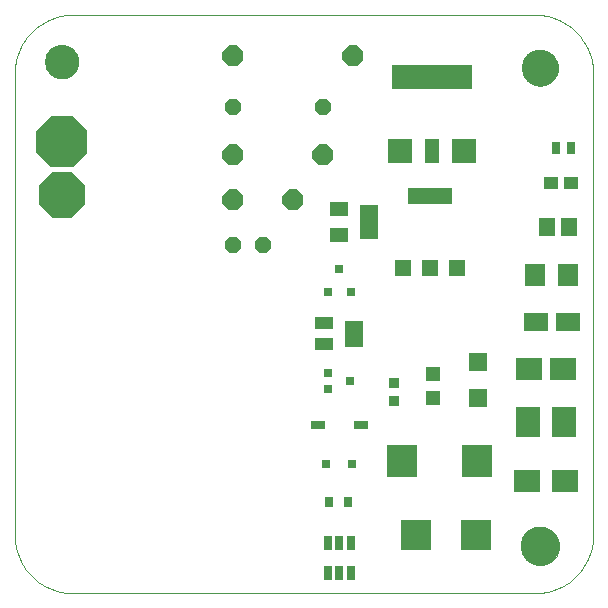
<source format=gts>
G75*
G70*
%OFA0B0*%
%FSLAX24Y24*%
%IPPOS*%
%LPD*%
%AMOC8*
5,1,8,0,0,1.08239X$1,22.5*
%
%ADD10C,0.0004*%
%ADD11C,0.0000*%
%ADD12C,0.1142*%
%ADD13C,0.1221*%
%ADD14C,0.1300*%
%ADD15OC8,0.0700*%
%ADD16OC8,0.0560*%
%ADD17R,0.0355X0.0355*%
%ADD18R,0.0512X0.0512*%
%ADD19R,0.0631X0.0631*%
%ADD20R,0.0316X0.0394*%
%ADD21R,0.0473X0.0434*%
%ADD22R,0.0552X0.0631*%
%ADD23R,0.0670X0.0749*%
%ADD24R,0.0808X0.0631*%
%ADD25R,0.0808X0.1024*%
%ADD26R,0.1044X0.1024*%
%ADD27R,0.1044X0.1103*%
%ADD28R,0.0886X0.0749*%
%ADD29R,0.0257X0.0512*%
%ADD30R,0.0276X0.0316*%
%ADD31R,0.0591X0.1142*%
%ADD32R,0.0591X0.0512*%
%ADD33R,0.0552X0.0552*%
%ADD34R,0.1457X0.0552*%
%ADD35R,0.0788X0.0788*%
%ADD36R,0.0473X0.0788*%
%ADD37R,0.2678X0.0788*%
%ADD38R,0.0257X0.0276*%
%ADD39R,0.0611X0.0394*%
%ADD40R,0.0611X0.0867*%
%ADD41R,0.0512X0.0316*%
%ADD42R,0.0276X0.0276*%
%ADD43R,0.0276X0.0355*%
%ADD44OC8,0.1700*%
%ADD45OC8,0.1542*%
D10*
X002079Y000131D02*
X004048Y000131D01*
X017434Y000131D01*
X017528Y000133D01*
X017621Y000140D01*
X017714Y000151D01*
X017807Y000167D01*
X017898Y000187D01*
X017989Y000211D01*
X018078Y000239D01*
X018166Y000272D01*
X018252Y000309D01*
X018336Y000350D01*
X018419Y000395D01*
X018499Y000444D01*
X018576Y000496D01*
X018651Y000552D01*
X018723Y000612D01*
X018793Y000675D01*
X018859Y000741D01*
X018922Y000811D01*
X018982Y000883D01*
X019038Y000958D01*
X019090Y001035D01*
X019139Y001116D01*
X019184Y001198D01*
X019225Y001282D01*
X019262Y001368D01*
X019295Y001456D01*
X019323Y001545D01*
X019347Y001636D01*
X019367Y001727D01*
X019383Y001820D01*
X019394Y001913D01*
X019401Y002006D01*
X019403Y002100D01*
X019402Y002100D02*
X019402Y008399D01*
X019402Y017454D01*
X019403Y017454D02*
X019401Y017548D01*
X019394Y017641D01*
X019383Y017734D01*
X019367Y017827D01*
X019347Y017918D01*
X019323Y018009D01*
X019295Y018098D01*
X019262Y018186D01*
X019225Y018272D01*
X019184Y018356D01*
X019139Y018438D01*
X019090Y018519D01*
X019038Y018596D01*
X018982Y018671D01*
X018922Y018743D01*
X018859Y018813D01*
X018793Y018879D01*
X018723Y018942D01*
X018651Y019002D01*
X018576Y019058D01*
X018499Y019110D01*
X018418Y019159D01*
X018336Y019204D01*
X018252Y019245D01*
X018166Y019282D01*
X018078Y019315D01*
X017989Y019343D01*
X017898Y019367D01*
X017807Y019387D01*
X017714Y019403D01*
X017621Y019414D01*
X017528Y019421D01*
X017434Y019423D01*
X017434Y019422D02*
X015859Y019422D01*
X002079Y019422D01*
X002079Y019423D02*
X001985Y019421D01*
X001892Y019414D01*
X001799Y019403D01*
X001706Y019387D01*
X001615Y019367D01*
X001524Y019343D01*
X001435Y019315D01*
X001347Y019282D01*
X001261Y019245D01*
X001177Y019204D01*
X001094Y019159D01*
X001014Y019110D01*
X000937Y019058D01*
X000862Y019002D01*
X000790Y018942D01*
X000720Y018879D01*
X000654Y018813D01*
X000591Y018743D01*
X000531Y018671D01*
X000475Y018596D01*
X000423Y018519D01*
X000374Y018439D01*
X000329Y018356D01*
X000288Y018272D01*
X000251Y018186D01*
X000218Y018098D01*
X000190Y018009D01*
X000166Y017918D01*
X000146Y017827D01*
X000130Y017734D01*
X000119Y017641D01*
X000112Y017548D01*
X000110Y017454D01*
X000111Y017454D02*
X000111Y012336D01*
X000111Y002100D01*
X000110Y002100D02*
X000112Y002006D01*
X000119Y001913D01*
X000130Y001820D01*
X000146Y001727D01*
X000166Y001636D01*
X000190Y001545D01*
X000218Y001456D01*
X000251Y001368D01*
X000288Y001282D01*
X000329Y001198D01*
X000374Y001116D01*
X000423Y001035D01*
X000475Y000958D01*
X000531Y000883D01*
X000591Y000811D01*
X000654Y000741D01*
X000720Y000675D01*
X000790Y000612D01*
X000862Y000552D01*
X000937Y000496D01*
X001014Y000444D01*
X001094Y000395D01*
X001177Y000350D01*
X001261Y000309D01*
X001347Y000272D01*
X001435Y000239D01*
X001524Y000211D01*
X001615Y000187D01*
X001706Y000167D01*
X001799Y000151D01*
X001892Y000140D01*
X001985Y000133D01*
X002079Y000131D01*
D11*
X017001Y001706D02*
X017003Y001756D01*
X017009Y001806D01*
X017019Y001855D01*
X017033Y001903D01*
X017050Y001950D01*
X017071Y001995D01*
X017096Y002039D01*
X017124Y002080D01*
X017156Y002119D01*
X017190Y002156D01*
X017227Y002190D01*
X017267Y002220D01*
X017309Y002247D01*
X017353Y002271D01*
X017399Y002292D01*
X017446Y002308D01*
X017494Y002321D01*
X017544Y002330D01*
X017593Y002335D01*
X017644Y002336D01*
X017694Y002333D01*
X017743Y002326D01*
X017792Y002315D01*
X017840Y002300D01*
X017886Y002282D01*
X017931Y002260D01*
X017974Y002234D01*
X018015Y002205D01*
X018054Y002173D01*
X018090Y002138D01*
X018122Y002100D01*
X018152Y002060D01*
X018179Y002017D01*
X018202Y001973D01*
X018221Y001927D01*
X018237Y001879D01*
X018249Y001830D01*
X018257Y001781D01*
X018261Y001731D01*
X018261Y001681D01*
X018257Y001631D01*
X018249Y001582D01*
X018237Y001533D01*
X018221Y001485D01*
X018202Y001439D01*
X018179Y001395D01*
X018152Y001352D01*
X018122Y001312D01*
X018090Y001274D01*
X018054Y001239D01*
X018015Y001207D01*
X017974Y001178D01*
X017931Y001152D01*
X017886Y001130D01*
X017840Y001112D01*
X017792Y001097D01*
X017743Y001086D01*
X017694Y001079D01*
X017644Y001076D01*
X017593Y001077D01*
X017544Y001082D01*
X017494Y001091D01*
X017446Y001104D01*
X017399Y001120D01*
X017353Y001141D01*
X017309Y001165D01*
X017267Y001192D01*
X017227Y001222D01*
X017190Y001256D01*
X017156Y001293D01*
X017124Y001332D01*
X017096Y001373D01*
X017071Y001417D01*
X017050Y001462D01*
X017033Y001509D01*
X017019Y001557D01*
X017009Y001606D01*
X017003Y001656D01*
X017001Y001706D01*
X017040Y017651D02*
X017042Y017699D01*
X017048Y017747D01*
X017058Y017794D01*
X017071Y017840D01*
X017089Y017885D01*
X017109Y017929D01*
X017134Y017971D01*
X017162Y018010D01*
X017192Y018047D01*
X017226Y018081D01*
X017263Y018113D01*
X017301Y018142D01*
X017342Y018167D01*
X017385Y018189D01*
X017430Y018207D01*
X017476Y018221D01*
X017523Y018232D01*
X017571Y018239D01*
X017619Y018242D01*
X017667Y018241D01*
X017715Y018236D01*
X017763Y018227D01*
X017809Y018215D01*
X017854Y018198D01*
X017898Y018178D01*
X017940Y018155D01*
X017980Y018128D01*
X018018Y018098D01*
X018053Y018065D01*
X018085Y018029D01*
X018115Y017991D01*
X018141Y017950D01*
X018163Y017907D01*
X018183Y017863D01*
X018198Y017818D01*
X018210Y017771D01*
X018218Y017723D01*
X018222Y017675D01*
X018222Y017627D01*
X018218Y017579D01*
X018210Y017531D01*
X018198Y017484D01*
X018183Y017439D01*
X018163Y017395D01*
X018141Y017352D01*
X018115Y017311D01*
X018085Y017273D01*
X018053Y017237D01*
X018018Y017204D01*
X017980Y017174D01*
X017940Y017147D01*
X017898Y017124D01*
X017854Y017104D01*
X017809Y017087D01*
X017763Y017075D01*
X017715Y017066D01*
X017667Y017061D01*
X017619Y017060D01*
X017571Y017063D01*
X017523Y017070D01*
X017476Y017081D01*
X017430Y017095D01*
X017385Y017113D01*
X017342Y017135D01*
X017301Y017160D01*
X017263Y017189D01*
X017226Y017221D01*
X017192Y017255D01*
X017162Y017292D01*
X017134Y017331D01*
X017109Y017373D01*
X017089Y017417D01*
X017071Y017462D01*
X017058Y017508D01*
X017048Y017555D01*
X017042Y017603D01*
X017040Y017651D01*
X001135Y017848D02*
X001137Y017895D01*
X001143Y017941D01*
X001153Y017987D01*
X001166Y018032D01*
X001184Y018075D01*
X001205Y018117D01*
X001229Y018157D01*
X001257Y018194D01*
X001288Y018229D01*
X001322Y018262D01*
X001358Y018291D01*
X001397Y018317D01*
X001438Y018340D01*
X001481Y018359D01*
X001525Y018375D01*
X001570Y018387D01*
X001616Y018395D01*
X001663Y018399D01*
X001709Y018399D01*
X001756Y018395D01*
X001802Y018387D01*
X001847Y018375D01*
X001891Y018359D01*
X001934Y018340D01*
X001975Y018317D01*
X002014Y018291D01*
X002050Y018262D01*
X002084Y018229D01*
X002115Y018194D01*
X002143Y018157D01*
X002167Y018117D01*
X002188Y018075D01*
X002206Y018032D01*
X002219Y017987D01*
X002229Y017941D01*
X002235Y017895D01*
X002237Y017848D01*
X002235Y017801D01*
X002229Y017755D01*
X002219Y017709D01*
X002206Y017664D01*
X002188Y017621D01*
X002167Y017579D01*
X002143Y017539D01*
X002115Y017502D01*
X002084Y017467D01*
X002050Y017434D01*
X002014Y017405D01*
X001975Y017379D01*
X001934Y017356D01*
X001891Y017337D01*
X001847Y017321D01*
X001802Y017309D01*
X001756Y017301D01*
X001709Y017297D01*
X001663Y017297D01*
X001616Y017301D01*
X001570Y017309D01*
X001525Y017321D01*
X001481Y017337D01*
X001438Y017356D01*
X001397Y017379D01*
X001358Y017405D01*
X001322Y017434D01*
X001288Y017467D01*
X001257Y017502D01*
X001229Y017539D01*
X001205Y017579D01*
X001184Y017621D01*
X001166Y017664D01*
X001153Y017709D01*
X001143Y017755D01*
X001137Y017801D01*
X001135Y017848D01*
D12*
X001686Y017848D03*
D13*
X017631Y017651D03*
D14*
X017631Y001706D03*
D15*
X009408Y013231D03*
X010408Y014731D03*
X007408Y014731D03*
X007408Y013231D03*
X007408Y018031D03*
X011408Y018031D03*
D16*
X010408Y016331D03*
X007408Y016331D03*
X007386Y011745D03*
X008386Y011745D03*
D17*
X012774Y007151D03*
X012774Y006561D03*
D18*
X014072Y006637D03*
X014072Y007463D03*
D19*
X015571Y007833D03*
X015571Y006655D03*
D20*
X018162Y014993D03*
X018674Y014993D03*
D21*
X018654Y013812D03*
X017985Y013812D03*
D22*
X017847Y012336D03*
X018595Y012336D03*
D23*
X018575Y010761D03*
X017473Y010761D03*
D24*
X017483Y009186D03*
X018566Y009186D03*
D25*
X018428Y005840D03*
X017227Y005840D03*
D26*
X015492Y002066D03*
X013503Y002066D03*
D27*
X013017Y004533D03*
X015517Y004533D03*
D28*
X017188Y003871D03*
X018467Y003871D03*
X018408Y007611D03*
X017247Y007611D03*
D29*
X011312Y001824D03*
X010938Y001824D03*
X010564Y001824D03*
X010564Y000800D03*
X010938Y000800D03*
X011312Y000800D03*
D30*
X011312Y010170D03*
X010564Y010170D03*
X010938Y010958D03*
D31*
X011938Y012526D03*
D32*
X010915Y012959D03*
X010915Y012092D03*
D33*
X013050Y010993D03*
X013956Y010993D03*
X014861Y010993D03*
D34*
X013956Y013395D03*
D35*
X012952Y014894D03*
X015078Y014894D03*
D36*
X014015Y014894D03*
D37*
X014015Y017335D03*
D38*
X010573Y007474D03*
X010573Y006962D03*
X011302Y007218D03*
D39*
X010436Y008438D03*
X010436Y009147D03*
D40*
X011440Y008792D03*
D41*
X011666Y005741D03*
X010209Y005741D03*
D42*
X010505Y004462D03*
X011371Y004462D03*
D43*
X011231Y003196D03*
X010601Y003196D03*
D44*
X001686Y015185D03*
D45*
X001686Y013414D03*
M02*

</source>
